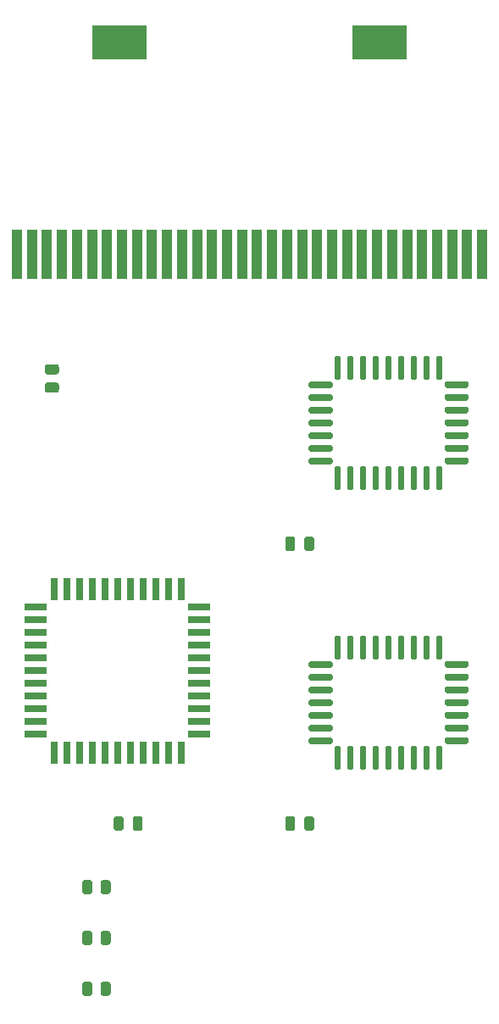
<source format=gtp>
%TF.GenerationSoftware,KiCad,Pcbnew,(5.1.10-1-10_14)*%
%TF.CreationDate,2023-03-17T22:16:36+08:00*%
%TF.ProjectId,GB_MemoryBackup_Mainboard,47425f4d-656d-46f7-9279-4261636b7570,1.2*%
%TF.SameCoordinates,Original*%
%TF.FileFunction,Paste,Top*%
%TF.FilePolarity,Positive*%
%FSLAX46Y46*%
G04 Gerber Fmt 4.6, Leading zero omitted, Abs format (unit mm)*
G04 Created by KiCad (PCBNEW (5.1.10-1-10_14)) date 2023-03-17 22:16:36*
%MOMM*%
%LPD*%
G01*
G04 APERTURE LIST*
%ADD10R,0.760000X2.300000*%
%ADD11R,2.300000X0.760000*%
%ADD12R,5.500000X3.500000*%
%ADD13R,1.000000X5.000000*%
G04 APERTURE END LIST*
%TO.C,U2*%
G36*
G01*
X97757000Y-79685000D02*
X95667000Y-79685000D01*
G75*
G02*
X95512000Y-79530000I0J155000D01*
G01*
X95512000Y-79220000D01*
G75*
G02*
X95667000Y-79065000I155000J0D01*
G01*
X97757000Y-79065000D01*
G75*
G02*
X97912000Y-79220000I0J-155000D01*
G01*
X97912000Y-79530000D01*
G75*
G02*
X97757000Y-79685000I-155000J0D01*
G01*
G37*
G36*
G01*
X97757000Y-78415000D02*
X95667000Y-78415000D01*
G75*
G02*
X95512000Y-78260000I0J155000D01*
G01*
X95512000Y-77950000D01*
G75*
G02*
X95667000Y-77795000I155000J0D01*
G01*
X97757000Y-77795000D01*
G75*
G02*
X97912000Y-77950000I0J-155000D01*
G01*
X97912000Y-78260000D01*
G75*
G02*
X97757000Y-78415000I-155000J0D01*
G01*
G37*
G36*
G01*
X97757000Y-77145000D02*
X95667000Y-77145000D01*
G75*
G02*
X95512000Y-76990000I0J155000D01*
G01*
X95512000Y-76680000D01*
G75*
G02*
X95667000Y-76525000I155000J0D01*
G01*
X97757000Y-76525000D01*
G75*
G02*
X97912000Y-76680000I0J-155000D01*
G01*
X97912000Y-76990000D01*
G75*
G02*
X97757000Y-77145000I-155000J0D01*
G01*
G37*
G36*
G01*
X98580000Y-76342000D02*
X98270000Y-76342000D01*
G75*
G02*
X98115000Y-76187000I0J155000D01*
G01*
X98115000Y-74097000D01*
G75*
G02*
X98270000Y-73942000I155000J0D01*
G01*
X98580000Y-73942000D01*
G75*
G02*
X98735000Y-74097000I0J-155000D01*
G01*
X98735000Y-76187000D01*
G75*
G02*
X98580000Y-76342000I-155000J0D01*
G01*
G37*
G36*
G01*
X99850000Y-76342000D02*
X99540000Y-76342000D01*
G75*
G02*
X99385000Y-76187000I0J155000D01*
G01*
X99385000Y-74097000D01*
G75*
G02*
X99540000Y-73942000I155000J0D01*
G01*
X99850000Y-73942000D01*
G75*
G02*
X100005000Y-74097000I0J-155000D01*
G01*
X100005000Y-76187000D01*
G75*
G02*
X99850000Y-76342000I-155000J0D01*
G01*
G37*
G36*
G01*
X101120000Y-76342000D02*
X100810000Y-76342000D01*
G75*
G02*
X100655000Y-76187000I0J155000D01*
G01*
X100655000Y-74097000D01*
G75*
G02*
X100810000Y-73942000I155000J0D01*
G01*
X101120000Y-73942000D01*
G75*
G02*
X101275000Y-74097000I0J-155000D01*
G01*
X101275000Y-76187000D01*
G75*
G02*
X101120000Y-76342000I-155000J0D01*
G01*
G37*
G36*
G01*
X102390000Y-76342000D02*
X102080000Y-76342000D01*
G75*
G02*
X101925000Y-76187000I0J155000D01*
G01*
X101925000Y-74097000D01*
G75*
G02*
X102080000Y-73942000I155000J0D01*
G01*
X102390000Y-73942000D01*
G75*
G02*
X102545000Y-74097000I0J-155000D01*
G01*
X102545000Y-76187000D01*
G75*
G02*
X102390000Y-76342000I-155000J0D01*
G01*
G37*
G36*
G01*
X103660000Y-76342000D02*
X103350000Y-76342000D01*
G75*
G02*
X103195000Y-76187000I0J155000D01*
G01*
X103195000Y-74097000D01*
G75*
G02*
X103350000Y-73942000I155000J0D01*
G01*
X103660000Y-73942000D01*
G75*
G02*
X103815000Y-74097000I0J-155000D01*
G01*
X103815000Y-76187000D01*
G75*
G02*
X103660000Y-76342000I-155000J0D01*
G01*
G37*
G36*
G01*
X104930000Y-76342000D02*
X104620000Y-76342000D01*
G75*
G02*
X104465000Y-76187000I0J155000D01*
G01*
X104465000Y-74097000D01*
G75*
G02*
X104620000Y-73942000I155000J0D01*
G01*
X104930000Y-73942000D01*
G75*
G02*
X105085000Y-74097000I0J-155000D01*
G01*
X105085000Y-76187000D01*
G75*
G02*
X104930000Y-76342000I-155000J0D01*
G01*
G37*
G36*
G01*
X106200000Y-76342000D02*
X105890000Y-76342000D01*
G75*
G02*
X105735000Y-76187000I0J155000D01*
G01*
X105735000Y-74097000D01*
G75*
G02*
X105890000Y-73942000I155000J0D01*
G01*
X106200000Y-73942000D01*
G75*
G02*
X106355000Y-74097000I0J-155000D01*
G01*
X106355000Y-76187000D01*
G75*
G02*
X106200000Y-76342000I-155000J0D01*
G01*
G37*
G36*
G01*
X107470000Y-76342000D02*
X107160000Y-76342000D01*
G75*
G02*
X107005000Y-76187000I0J155000D01*
G01*
X107005000Y-74097000D01*
G75*
G02*
X107160000Y-73942000I155000J0D01*
G01*
X107470000Y-73942000D01*
G75*
G02*
X107625000Y-74097000I0J-155000D01*
G01*
X107625000Y-76187000D01*
G75*
G02*
X107470000Y-76342000I-155000J0D01*
G01*
G37*
G36*
G01*
X108740000Y-76342000D02*
X108430000Y-76342000D01*
G75*
G02*
X108275000Y-76187000I0J155000D01*
G01*
X108275000Y-74097000D01*
G75*
G02*
X108430000Y-73942000I155000J0D01*
G01*
X108740000Y-73942000D01*
G75*
G02*
X108895000Y-74097000I0J-155000D01*
G01*
X108895000Y-76187000D01*
G75*
G02*
X108740000Y-76342000I-155000J0D01*
G01*
G37*
G36*
G01*
X111343000Y-77145000D02*
X109253000Y-77145000D01*
G75*
G02*
X109098000Y-76990000I0J155000D01*
G01*
X109098000Y-76680000D01*
G75*
G02*
X109253000Y-76525000I155000J0D01*
G01*
X111343000Y-76525000D01*
G75*
G02*
X111498000Y-76680000I0J-155000D01*
G01*
X111498000Y-76990000D01*
G75*
G02*
X111343000Y-77145000I-155000J0D01*
G01*
G37*
G36*
G01*
X111343000Y-78415000D02*
X109253000Y-78415000D01*
G75*
G02*
X109098000Y-78260000I0J155000D01*
G01*
X109098000Y-77950000D01*
G75*
G02*
X109253000Y-77795000I155000J0D01*
G01*
X111343000Y-77795000D01*
G75*
G02*
X111498000Y-77950000I0J-155000D01*
G01*
X111498000Y-78260000D01*
G75*
G02*
X111343000Y-78415000I-155000J0D01*
G01*
G37*
G36*
G01*
X111343000Y-79685000D02*
X109253000Y-79685000D01*
G75*
G02*
X109098000Y-79530000I0J155000D01*
G01*
X109098000Y-79220000D01*
G75*
G02*
X109253000Y-79065000I155000J0D01*
G01*
X111343000Y-79065000D01*
G75*
G02*
X111498000Y-79220000I0J-155000D01*
G01*
X111498000Y-79530000D01*
G75*
G02*
X111343000Y-79685000I-155000J0D01*
G01*
G37*
G36*
G01*
X111343000Y-80955000D02*
X109253000Y-80955000D01*
G75*
G02*
X109098000Y-80800000I0J155000D01*
G01*
X109098000Y-80490000D01*
G75*
G02*
X109253000Y-80335000I155000J0D01*
G01*
X111343000Y-80335000D01*
G75*
G02*
X111498000Y-80490000I0J-155000D01*
G01*
X111498000Y-80800000D01*
G75*
G02*
X111343000Y-80955000I-155000J0D01*
G01*
G37*
G36*
G01*
X111343000Y-82225000D02*
X109253000Y-82225000D01*
G75*
G02*
X109098000Y-82070000I0J155000D01*
G01*
X109098000Y-81760000D01*
G75*
G02*
X109253000Y-81605000I155000J0D01*
G01*
X111343000Y-81605000D01*
G75*
G02*
X111498000Y-81760000I0J-155000D01*
G01*
X111498000Y-82070000D01*
G75*
G02*
X111343000Y-82225000I-155000J0D01*
G01*
G37*
G36*
G01*
X111343000Y-83495000D02*
X109253000Y-83495000D01*
G75*
G02*
X109098000Y-83340000I0J155000D01*
G01*
X109098000Y-83030000D01*
G75*
G02*
X109253000Y-82875000I155000J0D01*
G01*
X111343000Y-82875000D01*
G75*
G02*
X111498000Y-83030000I0J-155000D01*
G01*
X111498000Y-83340000D01*
G75*
G02*
X111343000Y-83495000I-155000J0D01*
G01*
G37*
G36*
G01*
X111343000Y-84765000D02*
X109253000Y-84765000D01*
G75*
G02*
X109098000Y-84610000I0J155000D01*
G01*
X109098000Y-84300000D01*
G75*
G02*
X109253000Y-84145000I155000J0D01*
G01*
X111343000Y-84145000D01*
G75*
G02*
X111498000Y-84300000I0J-155000D01*
G01*
X111498000Y-84610000D01*
G75*
G02*
X111343000Y-84765000I-155000J0D01*
G01*
G37*
G36*
G01*
X108740000Y-87348000D02*
X108430000Y-87348000D01*
G75*
G02*
X108275000Y-87193000I0J155000D01*
G01*
X108275000Y-85103000D01*
G75*
G02*
X108430000Y-84948000I155000J0D01*
G01*
X108740000Y-84948000D01*
G75*
G02*
X108895000Y-85103000I0J-155000D01*
G01*
X108895000Y-87193000D01*
G75*
G02*
X108740000Y-87348000I-155000J0D01*
G01*
G37*
G36*
G01*
X107470000Y-87348000D02*
X107160000Y-87348000D01*
G75*
G02*
X107005000Y-87193000I0J155000D01*
G01*
X107005000Y-85103000D01*
G75*
G02*
X107160000Y-84948000I155000J0D01*
G01*
X107470000Y-84948000D01*
G75*
G02*
X107625000Y-85103000I0J-155000D01*
G01*
X107625000Y-87193000D01*
G75*
G02*
X107470000Y-87348000I-155000J0D01*
G01*
G37*
G36*
G01*
X106200000Y-87348000D02*
X105890000Y-87348000D01*
G75*
G02*
X105735000Y-87193000I0J155000D01*
G01*
X105735000Y-85103000D01*
G75*
G02*
X105890000Y-84948000I155000J0D01*
G01*
X106200000Y-84948000D01*
G75*
G02*
X106355000Y-85103000I0J-155000D01*
G01*
X106355000Y-87193000D01*
G75*
G02*
X106200000Y-87348000I-155000J0D01*
G01*
G37*
G36*
G01*
X104930000Y-87348000D02*
X104620000Y-87348000D01*
G75*
G02*
X104465000Y-87193000I0J155000D01*
G01*
X104465000Y-85103000D01*
G75*
G02*
X104620000Y-84948000I155000J0D01*
G01*
X104930000Y-84948000D01*
G75*
G02*
X105085000Y-85103000I0J-155000D01*
G01*
X105085000Y-87193000D01*
G75*
G02*
X104930000Y-87348000I-155000J0D01*
G01*
G37*
G36*
G01*
X103660000Y-87348000D02*
X103350000Y-87348000D01*
G75*
G02*
X103195000Y-87193000I0J155000D01*
G01*
X103195000Y-85103000D01*
G75*
G02*
X103350000Y-84948000I155000J0D01*
G01*
X103660000Y-84948000D01*
G75*
G02*
X103815000Y-85103000I0J-155000D01*
G01*
X103815000Y-87193000D01*
G75*
G02*
X103660000Y-87348000I-155000J0D01*
G01*
G37*
G36*
G01*
X102390000Y-87348000D02*
X102080000Y-87348000D01*
G75*
G02*
X101925000Y-87193000I0J155000D01*
G01*
X101925000Y-85103000D01*
G75*
G02*
X102080000Y-84948000I155000J0D01*
G01*
X102390000Y-84948000D01*
G75*
G02*
X102545000Y-85103000I0J-155000D01*
G01*
X102545000Y-87193000D01*
G75*
G02*
X102390000Y-87348000I-155000J0D01*
G01*
G37*
G36*
G01*
X101120000Y-87348000D02*
X100810000Y-87348000D01*
G75*
G02*
X100655000Y-87193000I0J155000D01*
G01*
X100655000Y-85103000D01*
G75*
G02*
X100810000Y-84948000I155000J0D01*
G01*
X101120000Y-84948000D01*
G75*
G02*
X101275000Y-85103000I0J-155000D01*
G01*
X101275000Y-87193000D01*
G75*
G02*
X101120000Y-87348000I-155000J0D01*
G01*
G37*
G36*
G01*
X99850000Y-87348000D02*
X99540000Y-87348000D01*
G75*
G02*
X99385000Y-87193000I0J155000D01*
G01*
X99385000Y-85103000D01*
G75*
G02*
X99540000Y-84948000I155000J0D01*
G01*
X99850000Y-84948000D01*
G75*
G02*
X100005000Y-85103000I0J-155000D01*
G01*
X100005000Y-87193000D01*
G75*
G02*
X99850000Y-87348000I-155000J0D01*
G01*
G37*
G36*
G01*
X98580000Y-87348000D02*
X98270000Y-87348000D01*
G75*
G02*
X98115000Y-87193000I0J155000D01*
G01*
X98115000Y-85103000D01*
G75*
G02*
X98270000Y-84948000I155000J0D01*
G01*
X98580000Y-84948000D01*
G75*
G02*
X98735000Y-85103000I0J-155000D01*
G01*
X98735000Y-87193000D01*
G75*
G02*
X98580000Y-87348000I-155000J0D01*
G01*
G37*
G36*
G01*
X97757000Y-84765000D02*
X95667000Y-84765000D01*
G75*
G02*
X95512000Y-84610000I0J155000D01*
G01*
X95512000Y-84300000D01*
G75*
G02*
X95667000Y-84145000I155000J0D01*
G01*
X97757000Y-84145000D01*
G75*
G02*
X97912000Y-84300000I0J-155000D01*
G01*
X97912000Y-84610000D01*
G75*
G02*
X97757000Y-84765000I-155000J0D01*
G01*
G37*
G36*
G01*
X97757000Y-83495000D02*
X95667000Y-83495000D01*
G75*
G02*
X95512000Y-83340000I0J155000D01*
G01*
X95512000Y-83030000D01*
G75*
G02*
X95667000Y-82875000I155000J0D01*
G01*
X97757000Y-82875000D01*
G75*
G02*
X97912000Y-83030000I0J-155000D01*
G01*
X97912000Y-83340000D01*
G75*
G02*
X97757000Y-83495000I-155000J0D01*
G01*
G37*
G36*
G01*
X97757000Y-82225000D02*
X95667000Y-82225000D01*
G75*
G02*
X95512000Y-82070000I0J155000D01*
G01*
X95512000Y-81760000D01*
G75*
G02*
X95667000Y-81605000I155000J0D01*
G01*
X97757000Y-81605000D01*
G75*
G02*
X97912000Y-81760000I0J-155000D01*
G01*
X97912000Y-82070000D01*
G75*
G02*
X97757000Y-82225000I-155000J0D01*
G01*
G37*
G36*
G01*
X97757000Y-80955000D02*
X95667000Y-80955000D01*
G75*
G02*
X95512000Y-80800000I0J155000D01*
G01*
X95512000Y-80490000D01*
G75*
G02*
X95667000Y-80335000I155000J0D01*
G01*
X97757000Y-80335000D01*
G75*
G02*
X97912000Y-80490000I0J-155000D01*
G01*
X97912000Y-80800000D01*
G75*
G02*
X97757000Y-80955000I-155000J0D01*
G01*
G37*
%TD*%
%TO.C,U1*%
G36*
G01*
X97757000Y-107625000D02*
X95667000Y-107625000D01*
G75*
G02*
X95512000Y-107470000I0J155000D01*
G01*
X95512000Y-107160000D01*
G75*
G02*
X95667000Y-107005000I155000J0D01*
G01*
X97757000Y-107005000D01*
G75*
G02*
X97912000Y-107160000I0J-155000D01*
G01*
X97912000Y-107470000D01*
G75*
G02*
X97757000Y-107625000I-155000J0D01*
G01*
G37*
G36*
G01*
X97757000Y-106355000D02*
X95667000Y-106355000D01*
G75*
G02*
X95512000Y-106200000I0J155000D01*
G01*
X95512000Y-105890000D01*
G75*
G02*
X95667000Y-105735000I155000J0D01*
G01*
X97757000Y-105735000D01*
G75*
G02*
X97912000Y-105890000I0J-155000D01*
G01*
X97912000Y-106200000D01*
G75*
G02*
X97757000Y-106355000I-155000J0D01*
G01*
G37*
G36*
G01*
X97757000Y-105085000D02*
X95667000Y-105085000D01*
G75*
G02*
X95512000Y-104930000I0J155000D01*
G01*
X95512000Y-104620000D01*
G75*
G02*
X95667000Y-104465000I155000J0D01*
G01*
X97757000Y-104465000D01*
G75*
G02*
X97912000Y-104620000I0J-155000D01*
G01*
X97912000Y-104930000D01*
G75*
G02*
X97757000Y-105085000I-155000J0D01*
G01*
G37*
G36*
G01*
X98580000Y-104282000D02*
X98270000Y-104282000D01*
G75*
G02*
X98115000Y-104127000I0J155000D01*
G01*
X98115000Y-102037000D01*
G75*
G02*
X98270000Y-101882000I155000J0D01*
G01*
X98580000Y-101882000D01*
G75*
G02*
X98735000Y-102037000I0J-155000D01*
G01*
X98735000Y-104127000D01*
G75*
G02*
X98580000Y-104282000I-155000J0D01*
G01*
G37*
G36*
G01*
X99850000Y-104282000D02*
X99540000Y-104282000D01*
G75*
G02*
X99385000Y-104127000I0J155000D01*
G01*
X99385000Y-102037000D01*
G75*
G02*
X99540000Y-101882000I155000J0D01*
G01*
X99850000Y-101882000D01*
G75*
G02*
X100005000Y-102037000I0J-155000D01*
G01*
X100005000Y-104127000D01*
G75*
G02*
X99850000Y-104282000I-155000J0D01*
G01*
G37*
G36*
G01*
X101120000Y-104282000D02*
X100810000Y-104282000D01*
G75*
G02*
X100655000Y-104127000I0J155000D01*
G01*
X100655000Y-102037000D01*
G75*
G02*
X100810000Y-101882000I155000J0D01*
G01*
X101120000Y-101882000D01*
G75*
G02*
X101275000Y-102037000I0J-155000D01*
G01*
X101275000Y-104127000D01*
G75*
G02*
X101120000Y-104282000I-155000J0D01*
G01*
G37*
G36*
G01*
X102390000Y-104282000D02*
X102080000Y-104282000D01*
G75*
G02*
X101925000Y-104127000I0J155000D01*
G01*
X101925000Y-102037000D01*
G75*
G02*
X102080000Y-101882000I155000J0D01*
G01*
X102390000Y-101882000D01*
G75*
G02*
X102545000Y-102037000I0J-155000D01*
G01*
X102545000Y-104127000D01*
G75*
G02*
X102390000Y-104282000I-155000J0D01*
G01*
G37*
G36*
G01*
X103660000Y-104282000D02*
X103350000Y-104282000D01*
G75*
G02*
X103195000Y-104127000I0J155000D01*
G01*
X103195000Y-102037000D01*
G75*
G02*
X103350000Y-101882000I155000J0D01*
G01*
X103660000Y-101882000D01*
G75*
G02*
X103815000Y-102037000I0J-155000D01*
G01*
X103815000Y-104127000D01*
G75*
G02*
X103660000Y-104282000I-155000J0D01*
G01*
G37*
G36*
G01*
X104930000Y-104282000D02*
X104620000Y-104282000D01*
G75*
G02*
X104465000Y-104127000I0J155000D01*
G01*
X104465000Y-102037000D01*
G75*
G02*
X104620000Y-101882000I155000J0D01*
G01*
X104930000Y-101882000D01*
G75*
G02*
X105085000Y-102037000I0J-155000D01*
G01*
X105085000Y-104127000D01*
G75*
G02*
X104930000Y-104282000I-155000J0D01*
G01*
G37*
G36*
G01*
X106200000Y-104282000D02*
X105890000Y-104282000D01*
G75*
G02*
X105735000Y-104127000I0J155000D01*
G01*
X105735000Y-102037000D01*
G75*
G02*
X105890000Y-101882000I155000J0D01*
G01*
X106200000Y-101882000D01*
G75*
G02*
X106355000Y-102037000I0J-155000D01*
G01*
X106355000Y-104127000D01*
G75*
G02*
X106200000Y-104282000I-155000J0D01*
G01*
G37*
G36*
G01*
X107470000Y-104282000D02*
X107160000Y-104282000D01*
G75*
G02*
X107005000Y-104127000I0J155000D01*
G01*
X107005000Y-102037000D01*
G75*
G02*
X107160000Y-101882000I155000J0D01*
G01*
X107470000Y-101882000D01*
G75*
G02*
X107625000Y-102037000I0J-155000D01*
G01*
X107625000Y-104127000D01*
G75*
G02*
X107470000Y-104282000I-155000J0D01*
G01*
G37*
G36*
G01*
X108740000Y-104282000D02*
X108430000Y-104282000D01*
G75*
G02*
X108275000Y-104127000I0J155000D01*
G01*
X108275000Y-102037000D01*
G75*
G02*
X108430000Y-101882000I155000J0D01*
G01*
X108740000Y-101882000D01*
G75*
G02*
X108895000Y-102037000I0J-155000D01*
G01*
X108895000Y-104127000D01*
G75*
G02*
X108740000Y-104282000I-155000J0D01*
G01*
G37*
G36*
G01*
X111343000Y-105085000D02*
X109253000Y-105085000D01*
G75*
G02*
X109098000Y-104930000I0J155000D01*
G01*
X109098000Y-104620000D01*
G75*
G02*
X109253000Y-104465000I155000J0D01*
G01*
X111343000Y-104465000D01*
G75*
G02*
X111498000Y-104620000I0J-155000D01*
G01*
X111498000Y-104930000D01*
G75*
G02*
X111343000Y-105085000I-155000J0D01*
G01*
G37*
G36*
G01*
X111343000Y-106355000D02*
X109253000Y-106355000D01*
G75*
G02*
X109098000Y-106200000I0J155000D01*
G01*
X109098000Y-105890000D01*
G75*
G02*
X109253000Y-105735000I155000J0D01*
G01*
X111343000Y-105735000D01*
G75*
G02*
X111498000Y-105890000I0J-155000D01*
G01*
X111498000Y-106200000D01*
G75*
G02*
X111343000Y-106355000I-155000J0D01*
G01*
G37*
G36*
G01*
X111343000Y-107625000D02*
X109253000Y-107625000D01*
G75*
G02*
X109098000Y-107470000I0J155000D01*
G01*
X109098000Y-107160000D01*
G75*
G02*
X109253000Y-107005000I155000J0D01*
G01*
X111343000Y-107005000D01*
G75*
G02*
X111498000Y-107160000I0J-155000D01*
G01*
X111498000Y-107470000D01*
G75*
G02*
X111343000Y-107625000I-155000J0D01*
G01*
G37*
G36*
G01*
X111343000Y-108895000D02*
X109253000Y-108895000D01*
G75*
G02*
X109098000Y-108740000I0J155000D01*
G01*
X109098000Y-108430000D01*
G75*
G02*
X109253000Y-108275000I155000J0D01*
G01*
X111343000Y-108275000D01*
G75*
G02*
X111498000Y-108430000I0J-155000D01*
G01*
X111498000Y-108740000D01*
G75*
G02*
X111343000Y-108895000I-155000J0D01*
G01*
G37*
G36*
G01*
X111343000Y-110165000D02*
X109253000Y-110165000D01*
G75*
G02*
X109098000Y-110010000I0J155000D01*
G01*
X109098000Y-109700000D01*
G75*
G02*
X109253000Y-109545000I155000J0D01*
G01*
X111343000Y-109545000D01*
G75*
G02*
X111498000Y-109700000I0J-155000D01*
G01*
X111498000Y-110010000D01*
G75*
G02*
X111343000Y-110165000I-155000J0D01*
G01*
G37*
G36*
G01*
X111343000Y-111435000D02*
X109253000Y-111435000D01*
G75*
G02*
X109098000Y-111280000I0J155000D01*
G01*
X109098000Y-110970000D01*
G75*
G02*
X109253000Y-110815000I155000J0D01*
G01*
X111343000Y-110815000D01*
G75*
G02*
X111498000Y-110970000I0J-155000D01*
G01*
X111498000Y-111280000D01*
G75*
G02*
X111343000Y-111435000I-155000J0D01*
G01*
G37*
G36*
G01*
X111343000Y-112705000D02*
X109253000Y-112705000D01*
G75*
G02*
X109098000Y-112550000I0J155000D01*
G01*
X109098000Y-112240000D01*
G75*
G02*
X109253000Y-112085000I155000J0D01*
G01*
X111343000Y-112085000D01*
G75*
G02*
X111498000Y-112240000I0J-155000D01*
G01*
X111498000Y-112550000D01*
G75*
G02*
X111343000Y-112705000I-155000J0D01*
G01*
G37*
G36*
G01*
X108740000Y-115288000D02*
X108430000Y-115288000D01*
G75*
G02*
X108275000Y-115133000I0J155000D01*
G01*
X108275000Y-113043000D01*
G75*
G02*
X108430000Y-112888000I155000J0D01*
G01*
X108740000Y-112888000D01*
G75*
G02*
X108895000Y-113043000I0J-155000D01*
G01*
X108895000Y-115133000D01*
G75*
G02*
X108740000Y-115288000I-155000J0D01*
G01*
G37*
G36*
G01*
X107470000Y-115288000D02*
X107160000Y-115288000D01*
G75*
G02*
X107005000Y-115133000I0J155000D01*
G01*
X107005000Y-113043000D01*
G75*
G02*
X107160000Y-112888000I155000J0D01*
G01*
X107470000Y-112888000D01*
G75*
G02*
X107625000Y-113043000I0J-155000D01*
G01*
X107625000Y-115133000D01*
G75*
G02*
X107470000Y-115288000I-155000J0D01*
G01*
G37*
G36*
G01*
X106200000Y-115288000D02*
X105890000Y-115288000D01*
G75*
G02*
X105735000Y-115133000I0J155000D01*
G01*
X105735000Y-113043000D01*
G75*
G02*
X105890000Y-112888000I155000J0D01*
G01*
X106200000Y-112888000D01*
G75*
G02*
X106355000Y-113043000I0J-155000D01*
G01*
X106355000Y-115133000D01*
G75*
G02*
X106200000Y-115288000I-155000J0D01*
G01*
G37*
G36*
G01*
X104930000Y-115288000D02*
X104620000Y-115288000D01*
G75*
G02*
X104465000Y-115133000I0J155000D01*
G01*
X104465000Y-113043000D01*
G75*
G02*
X104620000Y-112888000I155000J0D01*
G01*
X104930000Y-112888000D01*
G75*
G02*
X105085000Y-113043000I0J-155000D01*
G01*
X105085000Y-115133000D01*
G75*
G02*
X104930000Y-115288000I-155000J0D01*
G01*
G37*
G36*
G01*
X103660000Y-115288000D02*
X103350000Y-115288000D01*
G75*
G02*
X103195000Y-115133000I0J155000D01*
G01*
X103195000Y-113043000D01*
G75*
G02*
X103350000Y-112888000I155000J0D01*
G01*
X103660000Y-112888000D01*
G75*
G02*
X103815000Y-113043000I0J-155000D01*
G01*
X103815000Y-115133000D01*
G75*
G02*
X103660000Y-115288000I-155000J0D01*
G01*
G37*
G36*
G01*
X102390000Y-115288000D02*
X102080000Y-115288000D01*
G75*
G02*
X101925000Y-115133000I0J155000D01*
G01*
X101925000Y-113043000D01*
G75*
G02*
X102080000Y-112888000I155000J0D01*
G01*
X102390000Y-112888000D01*
G75*
G02*
X102545000Y-113043000I0J-155000D01*
G01*
X102545000Y-115133000D01*
G75*
G02*
X102390000Y-115288000I-155000J0D01*
G01*
G37*
G36*
G01*
X101120000Y-115288000D02*
X100810000Y-115288000D01*
G75*
G02*
X100655000Y-115133000I0J155000D01*
G01*
X100655000Y-113043000D01*
G75*
G02*
X100810000Y-112888000I155000J0D01*
G01*
X101120000Y-112888000D01*
G75*
G02*
X101275000Y-113043000I0J-155000D01*
G01*
X101275000Y-115133000D01*
G75*
G02*
X101120000Y-115288000I-155000J0D01*
G01*
G37*
G36*
G01*
X99850000Y-115288000D02*
X99540000Y-115288000D01*
G75*
G02*
X99385000Y-115133000I0J155000D01*
G01*
X99385000Y-113043000D01*
G75*
G02*
X99540000Y-112888000I155000J0D01*
G01*
X99850000Y-112888000D01*
G75*
G02*
X100005000Y-113043000I0J-155000D01*
G01*
X100005000Y-115133000D01*
G75*
G02*
X99850000Y-115288000I-155000J0D01*
G01*
G37*
G36*
G01*
X98580000Y-115288000D02*
X98270000Y-115288000D01*
G75*
G02*
X98115000Y-115133000I0J155000D01*
G01*
X98115000Y-113043000D01*
G75*
G02*
X98270000Y-112888000I155000J0D01*
G01*
X98580000Y-112888000D01*
G75*
G02*
X98735000Y-113043000I0J-155000D01*
G01*
X98735000Y-115133000D01*
G75*
G02*
X98580000Y-115288000I-155000J0D01*
G01*
G37*
G36*
G01*
X97757000Y-112705000D02*
X95667000Y-112705000D01*
G75*
G02*
X95512000Y-112550000I0J155000D01*
G01*
X95512000Y-112240000D01*
G75*
G02*
X95667000Y-112085000I155000J0D01*
G01*
X97757000Y-112085000D01*
G75*
G02*
X97912000Y-112240000I0J-155000D01*
G01*
X97912000Y-112550000D01*
G75*
G02*
X97757000Y-112705000I-155000J0D01*
G01*
G37*
G36*
G01*
X97757000Y-111435000D02*
X95667000Y-111435000D01*
G75*
G02*
X95512000Y-111280000I0J155000D01*
G01*
X95512000Y-110970000D01*
G75*
G02*
X95667000Y-110815000I155000J0D01*
G01*
X97757000Y-110815000D01*
G75*
G02*
X97912000Y-110970000I0J-155000D01*
G01*
X97912000Y-111280000D01*
G75*
G02*
X97757000Y-111435000I-155000J0D01*
G01*
G37*
G36*
G01*
X97757000Y-110165000D02*
X95667000Y-110165000D01*
G75*
G02*
X95512000Y-110010000I0J155000D01*
G01*
X95512000Y-109700000D01*
G75*
G02*
X95667000Y-109545000I155000J0D01*
G01*
X97757000Y-109545000D01*
G75*
G02*
X97912000Y-109700000I0J-155000D01*
G01*
X97912000Y-110010000D01*
G75*
G02*
X97757000Y-110165000I-155000J0D01*
G01*
G37*
G36*
G01*
X97757000Y-108895000D02*
X95667000Y-108895000D01*
G75*
G02*
X95512000Y-108740000I0J155000D01*
G01*
X95512000Y-108430000D01*
G75*
G02*
X95667000Y-108275000I155000J0D01*
G01*
X97757000Y-108275000D01*
G75*
G02*
X97912000Y-108430000I0J-155000D01*
G01*
X97912000Y-108740000D01*
G75*
G02*
X97757000Y-108895000I-155000J0D01*
G01*
G37*
%TD*%
D10*
%TO.C,U3*%
X70040500Y-97260000D03*
X71310500Y-97260000D03*
X72580500Y-97260000D03*
X73850500Y-97260000D03*
X75120500Y-97260000D03*
X76390500Y-97260000D03*
X77660500Y-97260000D03*
X78930500Y-97260000D03*
X80200500Y-97260000D03*
X81470500Y-97260000D03*
X82740500Y-97260000D03*
D11*
X84540500Y-99060000D03*
X84540500Y-100330000D03*
X84540500Y-101600000D03*
X84540500Y-102870000D03*
X84540500Y-104140000D03*
X84540500Y-105410000D03*
X84540500Y-106680000D03*
X84540500Y-107950000D03*
X84540500Y-109220000D03*
X84540500Y-110490000D03*
X84540500Y-111760000D03*
D10*
X82740500Y-113560000D03*
X81470500Y-113560000D03*
X80200500Y-113560000D03*
X78930500Y-113560000D03*
X77660500Y-113560000D03*
X76390500Y-113560000D03*
X75120500Y-113560000D03*
X73850500Y-113560000D03*
X72580500Y-113560000D03*
X71310500Y-113560000D03*
X70040500Y-113560000D03*
D11*
X68240500Y-99060000D03*
X68240500Y-100330000D03*
X68240500Y-101600000D03*
X68240500Y-102870000D03*
X68240500Y-104140000D03*
X68240500Y-111760000D03*
X68240500Y-110490000D03*
X68240500Y-109220000D03*
X68240500Y-107950000D03*
X68240500Y-106680000D03*
X68240500Y-105410000D03*
%TD*%
%TO.C,R13*%
G36*
G01*
X74695000Y-137610002D02*
X74695000Y-136709998D01*
G75*
G02*
X74944998Y-136460000I249998J0D01*
G01*
X75470002Y-136460000D01*
G75*
G02*
X75720000Y-136709998I0J-249998D01*
G01*
X75720000Y-137610002D01*
G75*
G02*
X75470002Y-137860000I-249998J0D01*
G01*
X74944998Y-137860000D01*
G75*
G02*
X74695000Y-137610002I0J249998D01*
G01*
G37*
G36*
G01*
X72870000Y-137610002D02*
X72870000Y-136709998D01*
G75*
G02*
X73119998Y-136460000I249998J0D01*
G01*
X73645002Y-136460000D01*
G75*
G02*
X73895000Y-136709998I0J-249998D01*
G01*
X73895000Y-137610002D01*
G75*
G02*
X73645002Y-137860000I-249998J0D01*
G01*
X73119998Y-137860000D01*
G75*
G02*
X72870000Y-137610002I0J249998D01*
G01*
G37*
%TD*%
%TO.C,R12*%
G36*
G01*
X74695000Y-127450002D02*
X74695000Y-126549998D01*
G75*
G02*
X74944998Y-126300000I249998J0D01*
G01*
X75470002Y-126300000D01*
G75*
G02*
X75720000Y-126549998I0J-249998D01*
G01*
X75720000Y-127450002D01*
G75*
G02*
X75470002Y-127700000I-249998J0D01*
G01*
X74944998Y-127700000D01*
G75*
G02*
X74695000Y-127450002I0J249998D01*
G01*
G37*
G36*
G01*
X72870000Y-127450002D02*
X72870000Y-126549998D01*
G75*
G02*
X73119998Y-126300000I249998J0D01*
G01*
X73645002Y-126300000D01*
G75*
G02*
X73895000Y-126549998I0J-249998D01*
G01*
X73895000Y-127450002D01*
G75*
G02*
X73645002Y-127700000I-249998J0D01*
G01*
X73119998Y-127700000D01*
G75*
G02*
X72870000Y-127450002I0J249998D01*
G01*
G37*
%TD*%
%TO.C,R11*%
G36*
G01*
X74695000Y-132530002D02*
X74695000Y-131629998D01*
G75*
G02*
X74944998Y-131380000I249998J0D01*
G01*
X75470002Y-131380000D01*
G75*
G02*
X75720000Y-131629998I0J-249998D01*
G01*
X75720000Y-132530002D01*
G75*
G02*
X75470002Y-132780000I-249998J0D01*
G01*
X74944998Y-132780000D01*
G75*
G02*
X74695000Y-132530002I0J249998D01*
G01*
G37*
G36*
G01*
X72870000Y-132530002D02*
X72870000Y-131629998D01*
G75*
G02*
X73119998Y-131380000I249998J0D01*
G01*
X73645002Y-131380000D01*
G75*
G02*
X73895000Y-131629998I0J-249998D01*
G01*
X73895000Y-132530002D01*
G75*
G02*
X73645002Y-132780000I-249998J0D01*
G01*
X73119998Y-132780000D01*
G75*
G02*
X72870000Y-132530002I0J249998D01*
G01*
G37*
%TD*%
%TO.C,R1*%
G36*
G01*
X69399998Y-76600000D02*
X70300002Y-76600000D01*
G75*
G02*
X70550000Y-76849998I0J-249998D01*
G01*
X70550000Y-77375002D01*
G75*
G02*
X70300002Y-77625000I-249998J0D01*
G01*
X69399998Y-77625000D01*
G75*
G02*
X69150000Y-77375002I0J249998D01*
G01*
X69150000Y-76849998D01*
G75*
G02*
X69399998Y-76600000I249998J0D01*
G01*
G37*
G36*
G01*
X69399998Y-74775000D02*
X70300002Y-74775000D01*
G75*
G02*
X70550000Y-75024998I0J-249998D01*
G01*
X70550000Y-75550002D01*
G75*
G02*
X70300002Y-75800000I-249998J0D01*
G01*
X69399998Y-75800000D01*
G75*
G02*
X69150000Y-75550002I0J249998D01*
G01*
X69150000Y-75024998D01*
G75*
G02*
X69399998Y-74775000I249998J0D01*
G01*
G37*
%TD*%
D12*
%TO.C,J2*%
X102600000Y-42590000D03*
X76600000Y-42590000D03*
D13*
X112850000Y-63840000D03*
X111350000Y-63840000D03*
X109850000Y-63840000D03*
X108350000Y-63840000D03*
X106850000Y-63840000D03*
X105350000Y-63840000D03*
X103850000Y-63840000D03*
X102350000Y-63840000D03*
X100850000Y-63840000D03*
X99350000Y-63840000D03*
X97850000Y-63840000D03*
X96350000Y-63840000D03*
X94850000Y-63840000D03*
X93350000Y-63840000D03*
X91850000Y-63840000D03*
X90350000Y-63840000D03*
X88850000Y-63840000D03*
X87350000Y-63840000D03*
X85850000Y-63840000D03*
X84350000Y-63840000D03*
X82850000Y-63840000D03*
X81350000Y-63840000D03*
X79850000Y-63840000D03*
X78350000Y-63840000D03*
X76850000Y-63840000D03*
X75350000Y-63840000D03*
X73850000Y-63840000D03*
X72350000Y-63840000D03*
X70850000Y-63840000D03*
X69350000Y-63840000D03*
X67850000Y-63840000D03*
X66350000Y-63840000D03*
%TD*%
%TO.C,C3*%
G36*
G01*
X77920000Y-121125000D02*
X77920000Y-120175000D01*
G75*
G02*
X78170000Y-119925000I250000J0D01*
G01*
X78670000Y-119925000D01*
G75*
G02*
X78920000Y-120175000I0J-250000D01*
G01*
X78920000Y-121125000D01*
G75*
G02*
X78670000Y-121375000I-250000J0D01*
G01*
X78170000Y-121375000D01*
G75*
G02*
X77920000Y-121125000I0J250000D01*
G01*
G37*
G36*
G01*
X76020000Y-121125000D02*
X76020000Y-120175000D01*
G75*
G02*
X76270000Y-119925000I250000J0D01*
G01*
X76770000Y-119925000D01*
G75*
G02*
X77020000Y-120175000I0J-250000D01*
G01*
X77020000Y-121125000D01*
G75*
G02*
X76770000Y-121375000I-250000J0D01*
G01*
X76270000Y-121375000D01*
G75*
G02*
X76020000Y-121125000I0J250000D01*
G01*
G37*
%TD*%
%TO.C,C2*%
G36*
G01*
X94165000Y-92235000D02*
X94165000Y-93185000D01*
G75*
G02*
X93915000Y-93435000I-250000J0D01*
G01*
X93415000Y-93435000D01*
G75*
G02*
X93165000Y-93185000I0J250000D01*
G01*
X93165000Y-92235000D01*
G75*
G02*
X93415000Y-91985000I250000J0D01*
G01*
X93915000Y-91985000D01*
G75*
G02*
X94165000Y-92235000I0J-250000D01*
G01*
G37*
G36*
G01*
X96065000Y-92235000D02*
X96065000Y-93185000D01*
G75*
G02*
X95815000Y-93435000I-250000J0D01*
G01*
X95315000Y-93435000D01*
G75*
G02*
X95065000Y-93185000I0J250000D01*
G01*
X95065000Y-92235000D01*
G75*
G02*
X95315000Y-91985000I250000J0D01*
G01*
X95815000Y-91985000D01*
G75*
G02*
X96065000Y-92235000I0J-250000D01*
G01*
G37*
%TD*%
%TO.C,C1*%
G36*
G01*
X94165000Y-120175000D02*
X94165000Y-121125000D01*
G75*
G02*
X93915000Y-121375000I-250000J0D01*
G01*
X93415000Y-121375000D01*
G75*
G02*
X93165000Y-121125000I0J250000D01*
G01*
X93165000Y-120175000D01*
G75*
G02*
X93415000Y-119925000I250000J0D01*
G01*
X93915000Y-119925000D01*
G75*
G02*
X94165000Y-120175000I0J-250000D01*
G01*
G37*
G36*
G01*
X96065000Y-120175000D02*
X96065000Y-121125000D01*
G75*
G02*
X95815000Y-121375000I-250000J0D01*
G01*
X95315000Y-121375000D01*
G75*
G02*
X95065000Y-121125000I0J250000D01*
G01*
X95065000Y-120175000D01*
G75*
G02*
X95315000Y-119925000I250000J0D01*
G01*
X95815000Y-119925000D01*
G75*
G02*
X96065000Y-120175000I0J-250000D01*
G01*
G37*
%TD*%
M02*

</source>
